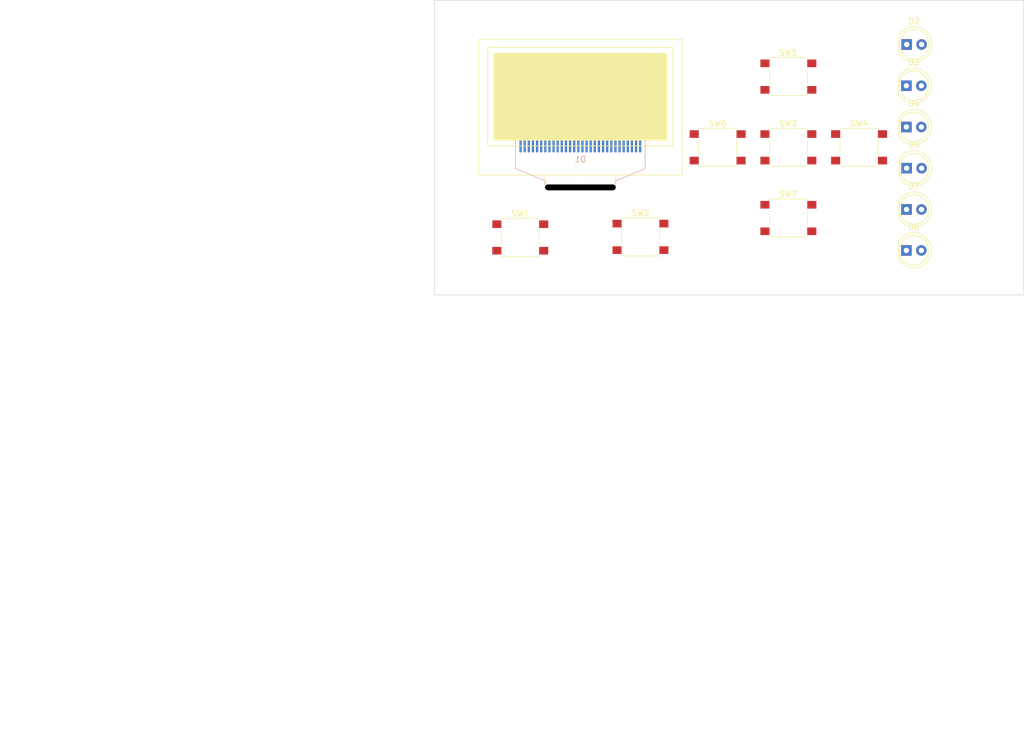
<source format=kicad_pcb>
(kicad_pcb (version 20211014) (generator pcbnew)
  (layers (0 "F.Cu" signal) (31 "B.Cu" signal) (34 "B.Paste" user) (35 "F.Paste" user) (36 "B.SilkS" user "B.Silkscreen") (37 "F.SilkS" user "F.Silkscreen") (38 "B.Mask" user) (39 "F.Mask" user) (44 "Edge.Cuts" user))
  (net 0 "")
  (footprint "Button_Switch_SMD:SW_Push_1P1T_NO_6x6mm_H9.5mm" (layer "F.Cu") (at 170.05 62.95)
    (fp_text reference "SW5" (at 0 -4.05) (layer "F.SilkS"))
    (fp_text value "1301.9318")
    (fp_line (start -3.23 3.23) (end -3.23 3.2) (layer "F.SilkS") (width 0.12))
    (fp_line (start 3.23 3.23) (end 3.23 3.2) (layer "F.SilkS") (width 0.12))
    (fp_line (start 3.23 -1.3) (end 3.23 1.3) (layer "F.SilkS") (width 0.12))
    (fp_line (start 3.23 -3.23) (end 3.23 -3.2) (layer "F.SilkS") (width 0.12))
    (fp_line (start -3.23 -3.2) (end -3.23 -3.23) (layer "F.SilkS") (width 0.12))
    (fp_line (start -3.23 3.23) (end 3.23 3.23) (layer "F.SilkS") (width 0.12))
    (fp_line (start -3.23 -3.23) (end 3.23 -3.23) (layer "F.SilkS") (width 0.12))
    (fp_line (start -3.23 -1.3) (end -3.23 1.3) (layer "F.SilkS") (width 0.12))
    (pad "1" smd rect (at -3.975 -2.25) (size 1.55 1.3) (layers "F.Cu" "F.Paste" "F.Mask"))
    (pad "1" smd rect (at 3.975 -2.25) (size 1.55 1.3) (layers "F.Cu" "F.Paste" "F.Mask"))
    (pad "2" smd rect (at 3.975 2.25) (size 1.55 1.3) (layers "F.Cu" "F.Paste" "F.Mask"))
    (pad "2" smd rect (at -3.975 2.25) (size 1.55 1.3) (layers "F.Cu" "F.Paste" "F.Mask"))
  )
  (footprint "Button_Switch_SMD:SW_Push_1P1T_NO_6x6mm_H9.5mm" (layer "F.Cu") (at 144.95 90.15)
    (fp_text reference "SW2" (at 0 -4.05) (layer "F.SilkS"))
    (fp_text value "1301.9318")
    (fp_line (start 3.23 3.23) (end 3.23 3.2) (layer "F.SilkS") (width 0.12))
    (fp_line (start -3.23 3.23) (end -3.23 3.2) (layer "F.SilkS") (width 0.12))
    (fp_line (start -3.23 -3.2) (end -3.23 -3.23) (layer "F.SilkS") (width 0.12))
    (fp_line (start -3.23 -3.23) (end 3.23 -3.23) (layer "F.SilkS") (width 0.12))
    (fp_line (start -3.23 3.23) (end 3.23 3.23) (layer "F.SilkS") (width 0.12))
    (fp_line (start 3.23 -3.23) (end 3.23 -3.2) (layer "F.SilkS") (width 0.12))
    (fp_line (start -3.23 -1.3) (end -3.23 1.3) (layer "F.SilkS") (width 0.12))
    (fp_line (start 3.23 -1.3) (end 3.23 1.3) (layer "F.SilkS") (width 0.12))
    (pad "1" smd rect (at -3.975 -2.25) (size 1.55 1.3) (layers "F.Cu" "F.Paste" "F.Mask"))
    (pad "1" smd rect (at 3.975 -2.25) (size 1.55 1.3) (layers "F.Cu" "F.Paste" "F.Mask"))
    (pad "2" smd rect (at 3.975 2.25) (size 1.55 1.3) (layers "F.Cu" "F.Paste" "F.Mask"))
    (pad "2" smd rect (at -3.975 2.25) (size 1.55 1.3) (layers "F.Cu" "F.Paste" "F.Mask"))
  )
  (footprint "LED_THT:LED_D5.0mm" (layer "F.Cu") (at 190.1 85.5)
    (fp_text reference "D7" (at 1.27 -3.96) (layer "F.SilkS"))
    (fp_text value "LED")
    (fp_line (start -1.29 -1.545) (end -1.29 1.545) (layer "F.SilkS") (width 0.12))
    (fp_arc (start -1.29 -1.54483) (mid 2.072002 -2.880433) (end 4.26 0.000462) (layer "F.SilkS") (width 0.12))
    (fp_arc (start 4.26 -0.000462) (mid 2.072002 2.880433) (end -1.29 1.54483) (layer "F.SilkS") (width 0.12))
    (fp_circle (center 1.27 0) (end 3.77 0) (layer "F.SilkS") (width 0.12) (fill none))
    (pad "1" thru_hole rect (at 0 0) (size 1.8 1.8) (drill 0.9) (layers *.Cu *.Mask))
    (pad "2" thru_hole circle (at 2.54 0) (size 1.8 1.8) (drill 0.9) (layers *.Cu *.Mask))
  )
  (footprint "LED_THT:LED_D5.0mm" (layer "F.Cu") (at 190.075 92.45)
    (fp_text reference "D6" (at 1.27 -3.96) (layer "F.SilkS"))
    (fp_text value "LED")
    (fp_line (start -1.29 -1.545) (end -1.29 1.545) (layer "F.SilkS") (width 0.12))
    (fp_arc (start -1.29 -1.54483) (mid 2.072002 -2.880433) (end 4.26 0.000462) (layer "F.SilkS") (width 0.12))
    (fp_arc (start 4.26 -0.000462) (mid 2.072002 2.880433) (end -1.29 1.54483) (layer "F.SilkS") (width 0.12))
    (fp_circle (center 1.27 0) (end 3.77 0) (layer "F.SilkS") (width 0.12) (fill none))
    (pad "1" thru_hole rect (at 0 0) (size 1.8 1.8) (drill 0.9) (layers *.Cu *.Mask))
    (pad "2" thru_hole circle (at 2.54 0) (size 1.8 1.8) (drill 0.9) (layers *.Cu *.Mask))
  )
  (footprint "LED_THT:LED_D5.0mm" (layer "F.Cu") (at 190.125 57.5)
    (fp_text reference "D2" (at 1.27 -3.96) (layer "F.SilkS"))
    (fp_text value "LED")
    (fp_line (start -1.29 -1.545) (end -1.29 1.545) (layer "F.SilkS") (width 0.12))
    (fp_arc (start 4.26 -0.000462) (mid 2.072002 2.880433) (end -1.29 1.54483) (layer "F.SilkS") (width 0.12))
    (fp_arc (start -1.29 -1.54483) (mid 2.072002 -2.880433) (end 4.26 0.000462) (layer "F.SilkS") (width 0.12))
    (fp_circle (center 1.27 0) (end 3.77 0) (layer "F.SilkS") (width 0.12) (fill none))
    (pad "1" thru_hole rect (at 0 0) (size 1.8 1.8) (drill 0.9) (layers *.Cu *.Mask))
    (pad "2" thru_hole circle (at 2.54 0) (size 1.8 1.8) (drill 0.9) (layers *.Cu *.Mask))
  )
  (footprint "LED_THT:LED_D5.0mm" (layer "F.Cu") (at 190.075 71.5)
    (fp_text reference "D4" (at 1.27 -3.96) (layer "F.SilkS"))
    (fp_text value "LED")
    (fp_line (start -1.29 -1.545) (end -1.29 1.545) (layer "F.SilkS") (width 0.12))
    (fp_arc (start 4.26 -0.000462) (mid 2.072002 2.880433) (end -1.29 1.54483) (layer "F.SilkS") (width 0.12))
    (fp_arc (start -1.29 -1.54483) (mid 2.072002 -2.880433) (end 4.26 0.000462) (layer "F.SilkS") (width 0.12))
    (fp_circle (center 1.27 0) (end 3.77 0) (layer "F.SilkS") (width 0.12) (fill none))
    (pad "1" thru_hole rect (at 0 0) (size 1.8 1.8) (drill 0.9) (layers *.Cu *.Mask))
    (pad "2" thru_hole circle (at 2.54 0) (size 1.8 1.8) (drill 0.9) (layers *.Cu *.Mask))
  )
  (footprint "Button_Switch_SMD:SW_Push_1P1T_NO_6x6mm_H9.5mm" (layer "F.Cu") (at 158.05 74.95)
    (fp_text reference "SW6" (at 0 -4.05) (layer "F.SilkS"))
    (fp_text value "1301.9318")
    (fp_line (start -3.23 -3.2) (end -3.23 -3.23) (layer "F.SilkS") (width 0.12))
    (fp_line (start -3.23 3.23) (end 3.23 3.23) (layer "F.SilkS") (width 0.12))
    (fp_line (start 3.23 -1.3) (end 3.23 1.3) (layer "F.SilkS") (width 0.12))
    (fp_line (start -3.23 3.23) (end -3.23 3.2) (layer "F.SilkS") (width 0.12))
    (fp_line (start 3.23 3.23) (end 3.23 3.2) (layer "F.SilkS") (width 0.12))
    (fp_line (start 3.23 -3.23) (end 3.23 -3.2) (layer "F.SilkS") (width 0.12))
    (fp_line (start -3.23 -3.23) (end 3.23 -3.23) (layer "F.SilkS") (width 0.12))
    (fp_line (start -3.23 -1.3) (end -3.23 1.3) (layer "F.SilkS") (width 0.12))
    (pad "1" smd rect (at -3.975 -2.25) (size 1.55 1.3) (layers "F.Cu" "F.Paste" "F.Mask"))
    (pad "1" smd rect (at 3.975 -2.25) (size 1.55 1.3) (layers "F.Cu" "F.Paste" "F.Mask"))
    (pad "2" smd rect (at 3.975 2.25) (size 1.55 1.3) (layers "F.Cu" "F.Paste" "F.Mask"))
    (pad "2" smd rect (at -3.975 2.25) (size 1.55 1.3) (layers "F.Cu" "F.Paste" "F.Mask"))
  )
  (footprint "Button_Switch_SMD:SW_Push_1P1T_NO_6x6mm_H9.5mm" (layer "F.Cu") (at 170.05 86.95)
    (fp_text reference "SW7" (at 0 -4.05) (layer "F.SilkS"))
    (fp_text value "1301.9318")
    (fp_line (start 3.23 -1.3) (end 3.23 1.3) (layer "F.SilkS") (width 0.12))
    (fp_line (start -3.23 -3.23) (end 3.23 -3.23) (layer "F.SilkS") (width 0.12))
    (fp_line (start -3.23 -1.3) (end -3.23 1.3) (layer "F.SilkS") (width 0.12))
    (fp_line (start 3.23 -3.23) (end 3.23 -3.2) (layer "F.SilkS") (width 0.12))
    (fp_line (start -3.23 -3.2) (end -3.23 -3.23) (layer "F.SilkS") (width 0.12))
    (fp_line (start 3.23 3.23) (end 3.23 3.2) (layer "F.SilkS") (width 0.12))
    (fp_line (start -3.23 3.23) (end 3.23 3.23) (layer "F.SilkS") (width 0.12))
    (fp_line (start -3.23 3.23) (end -3.23 3.2) (layer "F.SilkS") (width 0.12))
    (pad "1" smd rect (at -3.975 -2.25) (size 1.55 1.3) (layers "F.Cu" "F.Paste" "F.Mask"))
    (pad "1" smd rect (at 3.975 -2.25) (size 1.55 1.3) (layers "F.Cu" "F.Paste" "F.Mask"))
    (pad "2" smd rect (at 3.975 2.25) (size 1.55 1.3) (layers "F.Cu" "F.Paste" "F.Mask"))
    (pad "2" smd rect (at -3.975 2.25) (size 1.55 1.3) (layers "F.Cu" "F.Paste" "F.Mask"))
  )
  (footprint "LED_THT:LED_D5.0mm" (layer "F.Cu") (at 190.125 78.5)
    (fp_text reference "D5" (at 1.27 -3.96) (layer "F.SilkS"))
    (fp_text value "LED")
    (fp_line (start -1.29 -1.545) (end -1.29 1.545) (layer "F.SilkS") (width 0.12))
    (fp_arc (start -1.29 -1.54483) (mid 2.072002 -2.880433) (end 4.26 0.000462) (layer "F.SilkS") (width 0.12))
    (fp_arc (start 4.26 -0.000462) (mid 2.072002 2.880433) (end -1.29 1.54483) (layer "F.SilkS") (width 0.12))
    (fp_circle (center 1.27 0) (end 3.77 0) (layer "F.SilkS") (width 0.12) (fill none))
    (pad "1" thru_hole rect (at 0 0) (size 1.8 1.8) (drill 0.9) (layers *.Cu *.Mask))
    (pad "2" thru_hole circle (at 2.54 0) (size 1.8 1.8) (drill 0.9) (layers *.Cu *.Mask))
  )
  (footprint "Button_Switch_SMD:SW_Push_1P1T_NO_6x6mm_H9.5mm" (layer "F.Cu") (at 170.05 74.95)
    (fp_text reference "SW3" (at 0 -4.05) (layer "F.SilkS"))
    (fp_text value "1301.9318")
    (fp_line (start -3.23 -1.3) (end -3.23 1.3) (layer "F.SilkS") (width 0.12))
    (fp_line (start 3.23 -3.23) (end 3.23 -3.2) (layer "F.SilkS") (width 0.12))
    (fp_line (start -3.23 3.23) (end -3.23 3.2) (layer "F.SilkS") (width 0.12))
    (fp_line (start 3.23 3.23) (end 3.23 3.2) (layer "F.SilkS") (width 0.12))
    (fp_line (start -3.23 3.23) (end 3.23 3.23) (layer "F.SilkS") (width 0.12))
    (fp_line (start 3.23 -1.3) (end 3.23 1.3) (layer "F.SilkS") (width 0.12))
    (fp_line (start -3.23 -3.23) (end 3.23 -3.23) (layer "F.SilkS") (width 0.12))
    (fp_line (start -3.23 -3.2) (end -3.23 -3.23) (layer "F.SilkS") (width 0.12))
    (pad "1" smd rect (at -3.975 -2.25) (size 1.55 1.3) (layers "F.Cu" "F.Paste" "F.Mask"))
    (pad "1" smd rect (at 3.975 -2.25) (size 1.55 1.3) (layers "F.Cu" "F.Paste" "F.Mask"))
    (pad "2" smd rect (at -3.975 2.25) (size 1.55 1.3) (layers "F.Cu" "F.Paste" "F.Mask"))
    (pad "2" smd rect (at 3.975 2.25) (size 1.55 1.3) (layers "F.Cu" "F.Paste" "F.Mask"))
  )
  (footprint "Button_Switch_SMD:SW_Push_1P1T_NO_6x6mm_H9.5mm" (layer "F.Cu") (at 182.05 74.95)
    (fp_text reference "SW4" (at 0 -4.05) (layer "F.SilkS"))
    (fp_text value "1301.9318")
    (fp_line (start 3.23 3.23) (end 3.23 3.2) (layer "F.SilkS") (width 0.12))
    (fp_line (start -3.23 -3.23) (end 3.23 -3.23) (layer "F.SilkS") (width 0.12))
    (fp_line (start -3.23 3.23) (end -3.23 3.2) (layer "F.SilkS") (width 0.12))
    (fp_line (start -3.23 3.23) (end 3.23 3.23) (layer "F.SilkS") (width 0.12))
    (fp_line (start -3.23 -1.3) (end -3.23 1.3) (layer "F.SilkS") (width 0.12))
    (fp_line (start -3.23 -3.2) (end -3.23 -3.23) (layer "F.SilkS") (width 0.12))
    (fp_line (start 3.23 -3.23) (end 3.23 -3.2) (layer "F.SilkS") (width 0.12))
    (fp_line (start 3.23 -1.3) (end 3.23 1.3) (layer "F.SilkS") (width 0.12))
    (pad "1" smd rect (at 3.975 -2.25) (size 1.55 1.3) (layers "F.Cu" "F.Paste" "F.Mask"))
    (pad "1" smd rect (at -3.975 -2.25) (size 1.55 1.3) (layers "F.Cu" "F.Paste" "F.Mask"))
    (pad "2" smd rect (at 3.975 2.25) (size 1.55 1.3) (layers "F.Cu" "F.Paste" "F.Mask"))
    (pad "2" smd rect (at -3.975 2.25) (size 1.55 1.3) (layers "F.Cu" "F.Paste" "F.Mask"))
  )
  (footprint "LED_THT:LED_D5.0mm" (layer "F.Cu") (at 190.075 64.5)
    (fp_text reference "D3" (at 1.27 -3.96) (layer "F.SilkS"))
    (fp_text value "LED")
    (fp_line (start -1.29 -1.545) (end -1.29 1.545) (layer "F.SilkS") (width 0.12))
    (fp_arc (start 4.26 -0.000462) (mid 2.072002 2.880433) (end -1.29 1.54483) (layer "F.SilkS") (width 0.12))
    (fp_arc (start -1.29 -1.54483) (mid 2.072002 -2.880433) (end 4.26 0.000462) (layer "F.SilkS") (width 0.12))
    (fp_circle (center 1.27 0) (end 3.77 0) (layer "F.SilkS") (width 0.12) (fill none))
    (pad "1" thru_hole rect (at 0 0) (size 1.8 1.8) (drill 0.9) (layers *.Cu *.Mask))
    (pad "2" thru_hole circle (at 2.54 0) (size 1.8 1.8) (drill 0.9) (layers *.Cu *.Mask))
  )
  (footprint "Button_Switch_SMD:SW_Push_1P1T_NO_6x6mm_H9.5mm" (layer "F.Cu") (at 124.55 90.25)
    (fp_text reference "SW1" (at 0 -4.05) (layer "F.SilkS"))
    (fp_text value "1301.9318")
    (fp_line (start 3.23 3.23) (end 3.23 3.2) (layer "F.SilkS") (width 0.12))
    (fp_line (start -3.23 -1.3) (end -3.23 1.3) (layer "F.SilkS") (width 0.12))
    (fp_line (start -3.23 -3.2) (end -3.23 -3.23) (layer "F.SilkS") (width 0.12))
    (fp_line (start -3.23 -3.23) (end 3.23 -3.23) (layer "F.SilkS") (width 0.12))
    (fp_line (start 3.23 -3.23) (end 3.23 -3.2) (layer "F.SilkS") (width 0.12))
    (fp_line (start -3.23 3.23) (end -3.23 3.2) (layer "F.SilkS") (width 0.12))
    (fp_line (start -3.23 3.23) (end 3.23 3.23) (layer "F.SilkS") (width 0.12))
    (fp_line (start 3.23 -1.3) (end 3.23 1.3) (layer "F.SilkS") (width 0.12))
    (pad "1" smd rect (at 3.975 -2.25) (size 1.55 1.3) (layers "F.Cu" "F.Paste" "F.Mask"))
    (pad "1" smd rect (at -3.975 -2.25) (size 1.55 1.3) (layers "F.Cu" "F.Paste" "F.Mask"))
    (pad "2" smd rect (at -3.975 2.25) (size 1.55 1.3) (layers "F.Cu" "F.Paste" "F.Mask"))
    (pad "2" smd rect (at 3.975 2.25) (size 1.55 1.3) (layers "F.Cu" "F.Paste" "F.Mask"))
  )
  (footprint "oled_SSD1306:oled_SSD1306" (layer "F.Cu") (at 134.75 73.75)
    (fp_text reference "D1" (at 0 3.25) (layer "B.SilkS") (effects (justify mirror)))
    (fp_text value "OLED_SSD1306")
    (fp_line (start -6 6.9) (end -6 7.9) (layer "B.SilkS") (width 0.12))
    (fp_line (start -11 4.8) (end -6 6.9) (layer "B.SilkS") (width 0.12))
    (fp_line (start -11 0) (end -11 4.8) (layer "B.SilkS") (width 0.12))
    (fp_line (start 6 6.9) (end 6 7.9) (layer "B.SilkS") (width 0.12))
    (fp_line (start 11 0) (end 11 4.8) (layer "B.SilkS") (width 0.12))
    (fp_line (start 11 4.8) (end 6 6.9) (layer "B.SilkS") (width 0.12))
    (fp_line (start -17.25 5.9) (end 0 5.9) (layer "F.SilkS") (width 0.12))
    (fp_line (start 0 -15.75) (end 15.71 -15.75) (layer "F.SilkS") (width 0.12))
    (fp_line (start -15.71 -15.75) (end -15.71 0.95) (layer "F.SilkS") (width 0.12))
    (fp_line (start 17.25 5.9) (end 17.25 -17.1) (layer "F.SilkS") (width 0.12))
    (fp_line (start 6 7.9) (end 6 5.9) (layer "F.SilkS") (width 0.12))
    (fp_line (start 0 -15.75) (end -15.71 -15.75) (layer "F.SilkS") (width 0.12))
    (fp_line (start 15.71 0.95) (end -15.71 0.95) (layer "F.SilkS") (width 0.12))
    (fp_line (start -6 6.9) (end -6 5.9) (layer "F.SilkS") (width 0.12))
    (fp_line (start 15.71 -15.75) (end 15.71 0.95) (layer "F.SilkS") (width 0.12))
    (fp_line (start -17.25 5.9) (end -17.25 -17.1) (layer "F.SilkS") (width 0.12))
    (fp_line (start -17.25 -17.1) (end 17.25 -17.1) (layer "F.SilkS") (width 0.12))
    (fp_line (start 0 5.9) (end 17.25 5.9) (layer "F.SilkS") (width 0.12))
    (fp_line (start -6 7.9) (end -6 6.9) (layer "F.SilkS") (width 0.12))
    (fp_rect (start -14.71 -14.75) (end 14.71 0) (layer "F.SilkS") (width 0.12) (fill solid))
    (pad "" np_thru_hole oval (at 0 8) (size 12 1) (drill oval 12 1) (layers *.Mask))
    (pad "1" smd rect (at -10.15 0.55) (size 0.4 3) (layers "B.Cu" "B.Paste" "B.Mask"))
    (pad "2" smd rect (at -9.45 0.55) (size 0.4 3) (layers "B.Cu" "B.Paste" "B.Mask"))
    (pad "3" smd rect (at -8.75 0.55) (size 0.4 3) (layers "B.Cu" "B.Paste" "B.Mask"))
    (pad "4" smd rect (at -8.05 0.55) (size 0.4 3) (layers "B.Cu" "B.Paste" "B.Mask"))
    (pad "5" smd rect (at -7.35 0.55) (size 0.4 3) (layers "B.Cu" "B.Paste" "B.Mask"))
    (pad "6" smd rect (at -6.65 0.55) (size 0.4 3) (layers "B.Cu" "B.Paste" "B.Mask"))
    (pad "7" smd rect (at -5.95 0.55) (size 0.4 3) (layers "B.Cu" "B.Paste" "B.Mask"))
    (pad "8" smd rect (at -5.25 0.55) (size 0.4 3) (layers "B.Cu" "B.Paste" "B.Mask"))
    (pad "9" smd rect (at -4.55 0.55) (size 0.4 3) (layers "B.Cu" "B.Paste" "B.Mask"))
    (pad "10" smd rect (at -3.85 0.55) (size 0.4 3) (layers "B.Cu" "B.Paste" "B.Mask"))
    (pad "11" smd rect (at -3.15 0.55) (size 0.4 3) (layers "B.Cu" "B.Paste" "B.Mask"))
    (pad "12" smd rect (at -2.45 0.55) (size 0.4 3) (layers "B.Cu" "B.Paste" "B.Mask"))
    (pad "13" smd rect (at -1.75 0.55) (size 0.4 3) (layers "B.Cu" "B.Paste" "B.Mask"))
    (pad "14" smd rect (at -1.05 0.55) (size 0.4 3) (layers "B.Cu" "B.Paste" "B.Mask"))
    (pad "15" smd rect (at -0.35 0.55) (size 0.4 3) (layers "B.Cu" "B.Paste" "B.Mask"))
    (pad "16" smd rect (at 0.35 0.55) (size 0.4 3) (layers "B.Cu" "B.Paste" "B.Mask"))
    (pad "17" smd rect (at 1.05 0.55) (size 0.4 3) (layers "B.Cu" "B.Paste" "B.Mask"))
    (pad "18" smd rect (at 1.75 0.55) (size 0.4 3) (layers "B.Cu" "B.Paste" "B.Mask"))
    (pad "19" smd rect (at 2.45 0.55) (size 0.4 3) (layers "B.Cu" "B.Paste" "B.Mask"))
    (pad "20" smd rect (at 3.15 0.55) (size 0.4 3) (layers "B.Cu" "B.Paste" "B.Mask"))
    (pad "21" smd rect (at 3.85 0.55) (size 0.4 3) (layers "B.Cu" "B.Paste" "B.Mask"))
    (pad "22" smd rect (at 4.55 0.55) (size 0.4 3) (layers "B.Cu" "B.Paste" "B.Mask"))
    (pad "23" smd rect (at 5.25 0.55) (size 0.4 3) (layers "B.Cu" "B.Paste" "B.Mask"))
    (pad "24" smd rect (at 5.95 0.55) (size 0.4 3) (layers "B.Cu" "B.Paste" "B.Mask"))
    (pad "25" smd rect (at 6.65 0.55) (size 0.4 3) (layers "B.Cu" "B.Paste" "B.Mask"))
    (pad "26" smd rect (at 7.35 0.55) (size 0.4 3) (layers "B.Cu" "B.Paste" "B.Mask"))
    (pad "27" smd rect (at 8.05 0.55) (size 0.4 3) (layers "B.Cu" "B.Paste" "B.Mask"))
    (pad "28" smd rect (at 8.75 0.55) (size 0.4 3) (layers "B.Cu" "B.Paste" "B.Mask"))
    (pad "29" smd rect (at 9.45 0.55) (size 0.4 3) (layers "B.Cu" "B.Paste" "B.Mask"))
    (pad "30" smd rect (at 10.15 0.55) (size 0.4 3) (layers "B.Cu" "B.Paste" "B.Mask"))
  )
  (gr_rect (start 110 50) (end 210 100) (layer "Edge.Cuts") (width 0.1) (fill none))
)
</source>
